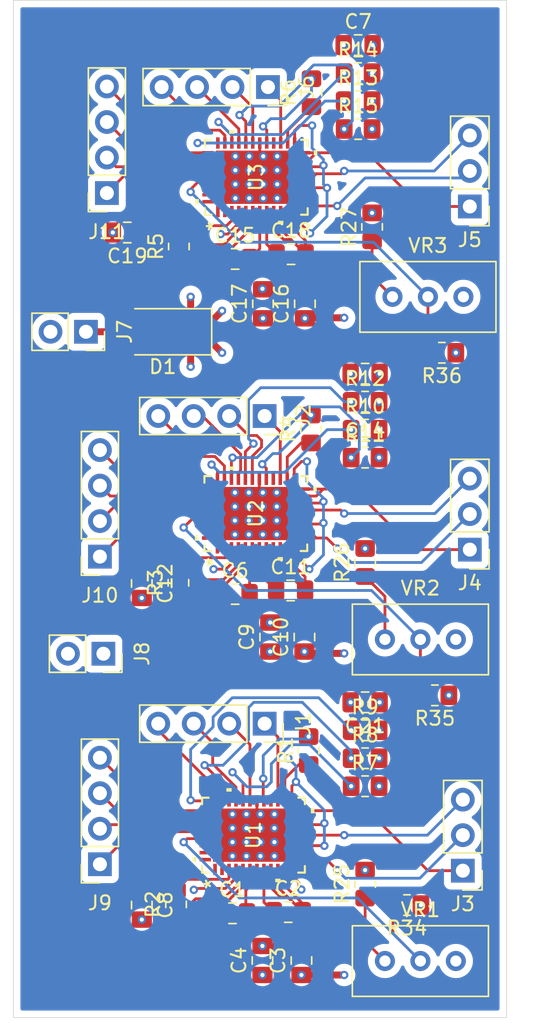
<source format=kicad_pcb>
(kicad_pcb (version 20241229) (generator "pcbnew") (generator_version "9.0")
  (layers (0 "F.Cu" signal) (4 "In1.Cu" power "gnd") (6 "In2.Cu" power "pwr") (2 "B.Cu" signal) (13 "F.Paste" user) (15 "B.Paste" user) (5 "F.SilkS" user "F.Silkscreen") (7 "B.SilkS" user "B.Silkscreen") (1 "F.Mask" user) (3 "B.Mask" user) (25 "Edge.Cuts" user))
  (net 0 "")
  (net 1 "Net-(U1-CPH)")
  (net 2 "Net-(U1-CPL)")
  (net 3 "+5V")
  (net 4 "Net-(U1-CP)")
  (net 5 "AGND")
  (net 6 "AVDD")
  (net 7 "/FB_BK1")
  (net 8 "/INHB1")
  (net 9 "/NSLEEP1")
  (net 10 "/INHA1")
  (net 11 "/INHC1")
  (net 12 "/INHB2")
  (net 13 "/INHA2")
  (net 14 "/INHC2")
  (net 15 "/NSLEEP2")
  (net 16 "/OUTA1")
  (net 17 "/OUTB1")
  (net 18 "/OUTC1")
  (net 19 "/INHB3")
  (net 20 "/INHC3")
  (net 21 "/NSLEEP3")
  (net 22 "/INHA3")
  (net 23 "Net-(U1-NFAULT)")
  (net 24 "/SW_BK1")
  (net 25 "Net-(U1-INLA)")
  (net 26 "Net-(U1-INLB)")
  (net 27 "Net-(U1-INLC)")
  (net 30 "/SDO1")
  (net 34 "Net-(U2-CPH)")
  (net 35 "Net-(U2-CPL)")
  (net 36 "Net-(U2-CP)")
  (net 37 "/FB_BK2")
  (net 38 "Net-(U3-CPH)")
  (net 39 "Net-(U3-CPL)")
  (net 40 "Net-(U3-CP)")
  (net 41 "/FB_BK3")
  (net 42 "/OUTB2")
  (net 43 "/OUTC2")
  (net 44 "/OUTA2")
  (net 45 "/OUTA3")
  (net 46 "/OUTC3")
  (net 47 "/OUTB3")
  (net 48 "/SW_BK2")
  (net 49 "Net-(U2-NFAULT)")
  (net 50 "/SW_BK3")
  (net 51 "Net-(U3-NFAULT)")
  (net 52 "Net-(U2-INLC)")
  (net 53 "Net-(U2-INLB)")
  (net 54 "Net-(U2-INLA)")
  (net 55 "Net-(U3-INLC)")
  (net 56 "Net-(U3-INLB)")
  (net 57 "Net-(U3-INLA)")
  (net 62 "/SDO2")
  (net 64 "/SDO3")
  (net 70 "Vbat")
  (net 71 "PGND")
  (net 72 "/Vref1")
  (net 73 "/Vref2")
  (net 74 "/Vref3")
  (net 75 "/SDI1")
  (net 76 "/SCLK1")
  (net 77 "/NSCS1")
  (net 78 "/SCLK2")
  (net 79 "/SDI2")
  (net 80 "/NSCS2")
  (net 81 "/SDI3")
  (net 82 "/NSCS3")
  (net 83 "/SCLK3")
  (net 84 "Net-(R25-Pad1)")
  (net 85 "Net-(R26-Pad1)")
  (net 86 "Net-(R27-Pad1)")
  (footprint "Diode_SMD:D_SMA" (layer "F.Cu") (at 116.5 55.5 180)
    (property "Reference" "D1")
    (property "Value" "SS34")
  )
  (footprint "Capacitor_SMD:C_0805_2012Metric_Pad1.18x1.45mm_HandSolder" (layer "F.Cu") (at 123.6444 100.4625 90)
    (property "Reference" "C4")
    (property "Value" "0.1u")
  )
  (footprint "Capacitor_SMD:C_0805_2012Metric_Pad1.18x1.45mm_HandSolder" (layer "F.Cu") (at 126.683211 53.5 90)
    (property "Reference" "C16")
    (property "Value" "0.1u")
  )
  (footprint "Connector_PinSocket_2.54mm:PinSocket_1x04_P2.54mm_Vertical" (layer "F.Cu") (at 112 71.58 180)
    (property "Reference" "J10")
    (property "Value" "Conn_01x04")
  )
  (footprint "Connector_PinHeader_2.54mm:PinHeader_1x03_P2.54mm_Vertical" (layer "F.Cu") (at 138 94.04 180)
    (property "Reference" "J3")
    (property "Value" "Conn_01x03")
  )
  (footprint "Resistor_SMD:R_0805_2012Metric_Pad1.20x1.40mm_HandSolder" (layer "F.Cu") (at 131 86)
    (property "Reference" "R8")
    (property "Value" "5.1k")
  )
  (footprint "Resistor_SMD:R_0805_2012Metric_Pad1.20x1.40mm_HandSolder" (layer "F.Cu") (at 130.5 39)
    (property "Reference" "R13")
    (property "Value" "5.1k")
  )
  (footprint "Resistor_SMD:R_0805_2012Metric_Pad1.20x1.40mm_HandSolder" (layer "F.Cu") (at 131 95 90)
    (property "Reference" "R25")
    (property "Value" "4.7k")
  )
  (footprint "Capacitor_SMD:C_0805_2012Metric_Pad1.18x1.45mm_HandSolder" (layer "F.Cu") (at 121.4975 97.088)
    (property "Reference" "C1")
    (property "Value" "47n")
  )
  (footprint "Resistor_SMD:R_0805_2012Metric_Pad1.20x1.40mm_HandSolder" (layer "F.Cu") (at 131 88)
    (property "Reference" "R7")
    (property "Value" "5.1k")
  )
  (footprint "Resistor_SMD:R_0805_2012Metric_Pad1.20x1.40mm_HandSolder" (layer "F.Cu") (at 130.5 41)
    (property "Reference" "R15")
    (property "Value" "5.1k")
  )
  (footprint "Capacitor_SMD:C_0805_2012Metric_Pad1.18x1.45mm_HandSolder" (layer "F.Cu") (at 123.683211 53.5 90)
    (property "Reference" "C17")
    (property "Value" "0.1u")
  )
  (footprint "Capacitor_SMD:C_0805_2012Metric_Pad1.18x1.45mm_HandSolder" (layer "F.Cu") (at 125.4919 97)
    (property "Reference" "C2")
    (property "Value" "1u")
  )
  (footprint "Resistor_SMD:R_0805_2012Metric_Pad1.20x1.40mm_HandSolder" (layer "F.Cu") (at 131 84)
    (property "Reference" "R9")
    (property "Value" "5.1k")
  )
  (footprint "Connector_PinSocket_2.54mm:PinSocket_1x04_P2.54mm_Vertical" (layer "F.Cu") (at 112 93.58 180)
    (property "Reference" "J9")
    (property "Value" "Conn_01x04")
  )
  (footprint "Capacitor_SMD:C_0805_2012Metric_Pad1.18x1.45mm_HandSolder" (layer "F.Cu") (at 113.961711 48.4011 180)
    (property "Reference" "C19")
    (property "Value" "22u")
  )
  (footprint "Connector_PinSocket_2.54mm:PinSocket_1x04_P2.54mm_Vertical" (layer "F.Cu") (at 123.8 83.525 -90)
    (property "Reference" "J1")
    (property "Value" "Conn_01x04")
  )
  (footprint "Potentiometer_THT:Potentiometer_Bourns_3296W_Vertical" (layer "F.Cu") (at 137.5 77.5)
    (property "Reference" "VR2")
    (property "Value" "3296W-1-103RLF")
  )
  (footprint "Capacitor_SMD:C_0805_2012Metric_Pad1.18x1.45mm_HandSolder" (layer "F.Cu") (at 115 73.5 -90)
    (property "Reference" "C12")
    (property "Value" "22u")
  )
  (footprint "Capacitor_SMD:C_0805_2012Metric_Pad1.18x1.45mm_HandSolder" (layer "F.Cu") (at 126.651715 77.3326 90)
    (property "Reference" "C10")
    (property "Value" "0.1u")
  )
  (footprint "Resistor_SMD:R_0805_2012Metric_Pad1.20x1.40mm_HandSolder" (layer "F.Cu") (at 134 96.5 180)
    (property "Reference" "R34")
    (property "Value" "510")
  )
  (footprint "Capacitor_SMD:C_0805_2012Metric_Pad1.18x1.45mm_HandSolder" (layer "F.Cu") (at 121.6875 74.2531)
    (property "Reference" "C6")
    (property "Value" "47n")
  )
  (footprint "Capacitor_SMD:C_0805_2012Metric_Pad1.18x1.45mm_HandSolder" (layer "F.Cu") (at 131 58.5 180)
    (property "Reference" "C14")
    (property "Value" "1u")
  )
  (footprint "Resistor_SMD:R_0805_2012Metric_Pad1.20x1.40mm_HandSolder" (layer "F.Cu") (at 131 64.5)
    (property "Reference" "R11")
    (property "Value" "5.1k")
  )
  (footprint "Resistor_SMD:R_0805_2012Metric_Pad1.20x1.40mm_HandSolder" (layer "F.Cu") (at 136.5 57 180)
    (property "Reference" "R36")
    (property "Value" "510")
  )
  (footprint "downloads:VQFN40_RGF_TEX" (layer "F.Cu") (at 123 91.5 90)
    (property "Reference" "U1")
    (property "Value" "DRV8316CRRGFR")
  )
  (footprint "Resistor_SMD:R_0805_2012Metric_Pad1.20x1.40mm_HandSolder" (layer "F.Cu") (at 126.9544 85.4511 90)
    (property "Reference" "R1")
    (property "Value" "5.1k")
  )
  (footprint "Connector_PinHeader_2.54mm:PinHeader_1x03_P2.54mm_Vertical" (layer "F.Cu") (at 138.5 71.08 180)
    (property "Reference" "J4")
    (property "Value" "Conn_01x03")
  )
  (footprint "NetTie:NetTie-2_SMD_Pad0.5mm" (layer "F.Cu") (at 128 78.5)
    (property "Reference" "REF**" (hide yes))
    (property "Value" "NetTie-2_SMD_Pad0.5mm" (hide yes))
  )
  (footprint "Resistor_SMD:R_0805_2012Metric_Pad1.20x1.40mm_HandSolder" (layer "F.Cu") (at 131.5 48 90)
    (property "Reference" "R27")
    (property "Value" "4.7k")
  )
  (footprint "Connector_PinSocket_2.54mm:PinSocket_1x02_P2.54mm_Vertical" (layer "F.Cu") (at 112.25 78.525 -90)
    (property "Reference" "J8")
    (property "Value" "Conn_01x02")
  )
  (footprint "downloads:VQFN40_RGF_TEX" (layer "F.Cu") (at 123.170315 68.5 90)
    (property "Reference" "U2")
    (property "Value" "DRV8316CRRGFR")
  )
  (footprint "Potentiometer_THT:Potentiometer_Bourns_3296W_Vertical" (layer "F.Cu") (at 137.5 100.5)
    (property "Reference" "VR1")
    (property "Value" "3296W-1-103RLF")
  )
  (footprint "Potentiometer_THT:Potentiometer_Bourns_3296W_Vertical" (layer "F.Cu") (at 138.04 53)
    (property "Reference" "VR3")
    (property "Value" "3296W-1-103RLF")
  )
  (footprint "Resistor_SMD:R_0805_2012Metric_Pad1.20x1.40mm_HandSolder" (layer "F.Cu") (at 130.5 37)
    (property "Reference" "R14")
    (property "Value" "5.1k")
  )
  (footprint "Capacitor_SMD:C_0805_2012Metric_Pad1.18x1.45mm_HandSolder" (layer "F.Cu") (at 125.662215 74)
    (property "Reference" "C11")
    (property "Value" "1u")
  )
  (footprint "downloads:VQFN40_RGF_TEX" (layer "F.Cu") (at 123.201811 44.45 90)
    (property "Reference" "U3")
    (property "Value" "DRV8316CRRGFR")
  )
  (footprint "NetTie:NetTie-2_SMD_Pad0.5mm" (layer "F.Cu") (at 128 54.5)
    (property "Reference" "REF**" (hide yes))
    (property "Value" "NetTie-2_SMD_Pad0.5mm" (hide yes))
  )
  (footprint "Capacitor_SMD:C_0805_2012Metric_Pad1.18x1.45mm_HandSolder" (layer "F.Cu") (at 124.2 77.3326 90)
    (property "Reference" "C9")
    (property "Value" "0.1u")
  )
  (footprint "Resistor_SMD:R_0805_2012Metric_Pad1.20x1.40mm_HandSolder" (layer "F.Cu") (at 117.656211 49.4011 90)
    (property "Reference" "R5")
    (property "Value" "22")
  )
  (footprint "Resistor_SMD:R_0805_2012Metric_Pad1.20x1.40mm_HandSolder" (layer "F.Cu") (at 117.624715 73.4511 90)
    (property "Reference" "R3")
    (property "Value" "22")
  )
  (footprint "Capacitor_SMD:C_0805_2012Metric_Pad1.18x1.45mm_HandSolder" (layer "F.Cu") (at 121.6875 50.292)
    (property "Reference" "C15")
    (property "Value" "47n")
  )
  (footprint "NetTie:NetTie-2_SMD_Pad0.5mm" (layer "F.Cu") (at 128 101.5)
    (property "Reference" "REF**" (hide yes))
    (property "Value" "NetTie-2_SMD_Pad0.5mm" (hide yes))
  )
  (footprint "Connector_PinSocket_2.54mm:PinSocket_1x04_P2.54mm_Vertical" (layer "F.Cu") (at 123.8 61.525 -90)
    (property "Reference" "J2")
    (property "Value" "Conn_01x04")
  )
  (footprint "Capacitor_SMD:C_0805_2012Metric_Pad1.18x1.45mm_HandSolder" (layer "F.Cu") (at 131 82 180)
    (property "Reference" "C21")
    (property "Value" "1u")
  )
  (footprint "Connector_PinSocket_2.54mm:PinSocket_1x02_P2.54mm_Vertical" (layer "F.Cu") (at 111 55.5 -90)
    (property "Reference" "J7")
    (property "Value" "Conn_01x02")
  )
  (footprint "Resistor_SMD:R_0805_2012Metric_Pad1.20x1.40mm_HandSolder" (layer "F.Cu") (at 136 81.5 180)
    (property "Reference" "R35")
    (property "Value" "510")
  )
  (footprint "Resistor_SMD:R_0805_2012Metric_Pad1.20x1.40mm_HandSolder" (layer "F.Cu") (at 131 60.5)
    (property "Reference" "R12")
    (property "Value" "5.1k")
  )
  (footprint "Resistor_SMD:R_0805_2012Metric_Pad1.20x1.40mm_HandSolder" (layer "F.Cu") (at 127.156211 38.4011 90)
    (property "Reference" "R6")
    (property "Value" "5.1k")
  )
  (footprint "Capacitor_SMD:C_0805_2012Metric_Pad1.18x1.45mm_HandSolder" (layer "F.Cu") (at 130.5 35)
    (property "Reference" "C7")
    (property "Value" "1u")
  )
  (footprint "Resistor_SMD:R_0805_2012Metric_Pad1.20x1.40mm_HandSolder" (layer "F.Cu") (at 131 72 90)
    (property "Reference" "R26")
    (property "Value" "4.7k")
  )
  (footprint "Capacitor_SMD:C_0805_2012Metric_Pad1.18x1.45mm_HandSolder" (layer "F.Cu") (at 125.693711 49.95)
    (property "Reference" "C18")
    (property "Value" "1u")
  )
  (footprint "Capacitor_SMD:C_0805_2012Metric_Pad1.18x1.45mm_HandSolder" (layer "F.Cu") (at 126.4384 100.4625 90)
    (property "Reference" "C3")
    (property "Value" "0.1u")
  )
  (footprint "Connector_PinSocket_2.54mm:PinSocket_1x04_P2.54mm_Vertical" (layer "F.Cu") (at 124.04 38 -90)
    (property "Reference" "J6")
    (property "Value" "Conn_01x04")
  )
  (footprint "Resistor_SMD:R_0805_2012Metric_Pad1.20x1.40mm_HandSolder" (layer "F.Cu") (at 131 62.5)
    (property "Reference" "R10")
    (property "Value" "5.1k")
  )
  (footprint "Resistor_SMD:R_0805_2012Metric_Pad1.20x1.40mm_HandSolder" (layer "F.Cu") (at 117.4544 96.4511 90)
    (property "Reference" "R2")
    (property "Value" "22")
  )
  (footprint "Resistor_SMD:R_0805_2012Metric_Pad1.20x1.40mm_HandSolder" (layer "F.Cu") (at 127.124715 62.4511 90)
    (property "Reference" "R4")
    (property "Value" "5.1k")
  )
  (footprint "Capacitor_SMD:C_0805_2012Metric_Pad1.18x1.45mm_HandSolder" (layer "F.Cu") (at 115 96.5 -90)
    (property "Reference" "C8")
    (property "Value" "22u")
  )
  (footprint "Connector_PinSocket_2.54mm:PinSocket_1x04_P2.54mm_Vertical" (layer "F.Cu") (at 112.5 45.58 180)
    (property "Reference" "J11")
    (property "Value" "Conn_01x04")
  )
  (footprint "Connector_PinHeader_2.54mm:PinHeader_1x03_P2.54mm_Vertical" (layer "F.Cu") (at 138.5 46.54 180)
    (property "Reference" "J5")
    (property "Value" "Conn_01x03")
  )
  (gr_rect (start 105.806 31.798) (end 141.13 104.544) (stroke (width 0.05)) (fill no) (layer "Edge.Cuts"))
  (segment (start 123.250063 93.9511) (end 123.250063 94.655437) (width 0.2) (layer "F.Cu") (net 1))
  (segment (start 122.4544 95.4511) (end 122.4544 97) (width 0.2) (layer "F.Cu") (net 1))
  (segment (start 123.250063 94.655437) (end 122.4544 95.4511) (width 0.2) (layer "F.Cu") (net 1))
  (segment (start 122.749937 94.629463) (end 122.749937 93.9511) (width 0.2) (layer "F.Cu") (net 2))
  (segment (start 120.3794 97) (end 122.749937 94.629463) (width 0.2) (layer "F.Cu") (net 2))
  (segment (start 125.156211 48.9011) (end 125.682311 48.9011) (width 0.2) (layer "F.Cu") (net 3))
  (segment (start 118.5 55.5) (end 118.5 53) (width 0.5) (layer "F.Cu") (net 3))
  (segment (start 124.952252 46.9011) (end 124.952252 48.171041) (width 0.2) (layer "F.Cu") (net 3))
  (segment (start 126.699715 73.0261) (end 126.699715 74) (width 0.2) (layer "F.Cu") (net 3))
  (segment (start 126.5294 96.3994) (end 126.5294 97) (width 0.2) (layer "F.Cu") (net 3))
  (segment (start 126.651715 76.2951) (end 126.651715 74.048) (width 0.5) (layer "F.Cu") (net 3))
  (segment (start 124.952252 48.171041) (end 126.731211 49.95) (width 0.2) (layer "F.Cu") (net 3))
  (segment (start 123.683211 52.4625) (end 126.683211 52.4625) (width 0.5) (layer "F.Cu") (net 3))
  (segment (start 119.25 55.5) (end 120.75 57) (width 0.5) (layer "F.Cu") (net 3))
  (segment (start 124.920756 72.221041) (end 126.699715 74) (width 0.2) (layer "F.Cu") (net 3))
  (segment (start 126.683211 52.4625) (end 126.683211 49.998) (width 0.5) (layer "F.Cu") (net 3))
  (segment (start 126.673615 74) (end 126.699715 74) (width 0.2) (layer "F.Cu") (net 3))
  (segment (start 118.5 55.5) (end 118.5 58) (width 0.5) (layer "F.Cu") (net 3))
  (segment (start 126.683211 49.998) (end 126.731211 49.95) (width 0.5) (layer "F.Cu") (net 3))
  (segment (start 125.420882 71.747267) (end 126.699715 73.0261) (width 0.2) (layer "F.Cu") (net 3))
  (segment (start 125.682311 48.9011) (end 126.731211 49.95) (width 0.2) (layer "F.Cu") (net 3))
  (segment (start 124.42063 72.247015) (end 125.124715 72.9511) (width 0.2) (layer "F.Cu") (net 3))
  (segment (start 124.452126 48.197015) (end 125.156211 48.9011) (width 0.2) (layer "F.Cu") (net 3))
  (segment (start 125.124715 72.9511) (end 125.650815 72.9511) (width 0.2) (layer "F.Cu") (net 3))
  (segment (start 125.452378 47.697267) (end 126.731211 48.9761) (width 0.2) (layer "F.Cu") (net 3))
  (segment (start 125.650815 72.9511) (end 126.699715 74) (width 0.2) (layer "F.Cu") (net 3))
  (segment (start 125.250567 93.9511) (end 125.250567 95.120567) (width 0.2) (layer "F.Cu") (net 3))
  (segment (start 126.4384 99.425) (end 126.4384 97.091) (width 0.5) (layer "F.Cu") (net 3))
  (segment (start 124.250315 95.247015) (end 124.9544 95.9511) (width 0.2) (layer "F.Cu") (net 3))
  (segment (start 124.42063 70.9511) (end 124.42063 72.247015) (width 0.2) (layer "F.Cu") (net 3))
  (segment (start 123.645711 52.425) (end 123.683211 52.4625) (width 0.5) (layer "F.Cu") (net 3))
  (segment (start 126.705111 49.95) (end 126.731211 49.95) (width 0.2) (layer "F.Cu") (net 3))
  (segment (start 125.250567 95.120567) (end 126.5294 96.3994) (width 0.2) (layer "F.Cu") (net 3))
  (segment (start 124.920756 70.9511) (end 124.920756 72.221041) (width 0.2) (layer "F.Cu") (net 3))
  (segment (start 125.452378 46.9011) (end 125.452378 47.697267) (width 0.2) (layer "F.Cu") (net 3))
  (segment (start 124.250315 93.9511) (end 124.250315 95.247015) (width 0.2) (layer "F.Cu") (net 3))
  (segment (start 124.452126 46.9011) (end 124.452126 48.197015) (width 0.2) (layer "F.Cu") (net 3))
  (segment (start 119.25 55.5) (end 120.75 54) (width 0.5) (layer "F.Cu") (net 3))
  (segment (start 125.4805 95.9511) (end 126.5294 97) (width 0.2) (layer "F.Cu") (net 3))
  (segment (start 124.750441 95.221041) (end 126.5294 97) (width 0.2) (layer "F.Cu") (net 3))
  (segment (start 126.5294 99.5074) (end 126.4919 99.5449) (width 0.5) (layer "F.Cu") (net 3))
  (segment (start 126.731211 48.9761) (end 126.731211 49.95) (width 0.2) (layer "F.Cu") (net 3))
  (segment (start 124.750441 93.9511) (end 124.750441 95.221041) (width 0.2) (layer "F.Cu") (net 3))
  (segment (start 125.420882 70.9511) (end 125.420882 71.747267) (width 0.2) (layer "F.Cu") (net 3))
  (segment (start 124.2 76.2951) (end 126.651715 76.2951) (width 0.5) (layer "F.Cu") (net 3))
  (segment (start 118.5 55.5) (end 119.25 55.5) (width 0.5) (layer "F.Cu") (net 3))
  (segment (start 126.5033 97) (end 126.5294 97) (width 0.2) (layer "F.Cu") (net 3))
  (segment (start 126.651715 74.048) (end 126.699715 74) (width 0.5) (layer "F.Cu") (net 3))
  (segment (start 124.9544 95.9511) (end 125.4805 95.9511) (width 0.2) (layer "F.Cu") (net 3))
  (segment (start 126.4384 99.425) (end 123.6444 99.425) (width 0.5) (layer "F.Cu") (net 3))
  (segment (start 126.4384 97.091) (end 126.5294 97) (width 0.5) (layer "F.Cu") (net 3))
  (via (at 118.5 58) (size 0.6) (drill 0.3) (layers "F.Cu" "B.Cu") (net 3))
  (via (at 124.2 76.2951) (size 0.6) (drill 0.3) (layers "F.Cu" "B.Cu") (net 3))
  (via (at 123.645711 52.425) (size 0.6) (drill 0.3) (layers "F.Cu" "B.Cu") (net 3))
  (via (at 118.5 53) (size 0.6) (drill 0.3) (layers "F.Cu" "B.Cu") (net 3))
  (via (at 120.75 57) (size 0.6) (drill 0.3) (layers "F.Cu" "B.Cu") (net 3))
  (via (at 123.6444 99.425) (size 0.6) (drill 0.3) (layers "F.Cu" "B.Cu") (net 3))
  (via (at 120.75 54) (size 0.6) (drill 0.3) (layers "F.Cu" "B.Cu") (net 3))
  (segment (start 124.4544 97) (end 123.750189 96.295789) (width 0.2) (layer "F.Cu") (net 4))
  (segment (start 123.750189 96.295789) (end 123.750189 93.9511) (width 0.2) (layer "F.Cu") (net 4))
  (segment (start 123.451874 41.9989) (end 123.451874 42.700063) (width 0.2) (layer "F.Cu") (net 5))
  (segment (start 120.919748 70.315826) (end 121.235574 70) (width 0.2) (layer "F.Cu") (net 5))
  (segment (start 120.951244 46.265826) (end 121.26707 45.95) (width 0.2) (layer "F.Cu") (net 5))
  (segment (start 123.250063 89.0489) (end 123.250063 89.750063) (width 0.2) (layer "F.Cu") (net 5))
  (segment (start 128.5 54.5) (end 129.5 54.5) (width 0.5) (layer "F.Cu") (net 5))
  (segment (start 128.5 101.5) (end 129.5 101.5) (width 0.5) (layer "F.Cu") (net 5))
  (segment (start 120.749433 93.41) (end 121.159433 93) (width 0.2) (layer "F.Cu") (net 5))
  (segment (start 121.159433 93) (end 121.5 93) (width 0.2) (layer "F.Cu") (net 5))
  (segment (start 121.235574 70) (end 121.670315 70) (width 0.2) (layer "F.Cu") (net 5))
  (segment (start 120.749433 93.9511) (end 120.749433 93.41) (width 0.2) (layer "F.Cu") (net 5))
  (segment (start 123.420378 66.750063) (end 123.670315 67) (width 0.2) (layer "F.Cu") (net 5))
  (segment (start 120.919748 70.9511) (end 120.919748 70.315826) (width 0.2) (layer "F.Cu") (net 5))
  (segment (start 120.749433 93.41) (end 120.749433 93.315826) (width 0.2) (layer "F.Cu") (net 5))
  (segment (start 120.951244 46.9011) (end 120.951244 46.265826) (width 0.2) (layer "F.Cu") (net 5))
  (segment (start 123.420378 66.0489) (end 123.420378 66.750063) (width 0.2) (layer "F.Cu") (net 5))
  (segment (start 128.5 78.5) (end 129.5 78.5) (width 0.5) (layer "F.Cu") (net 5))
  (segment (start 123.250063 89.750063) (end 123.5 90) (width 0.2) (layer "F.Cu") (net 5))
  (segment (start 121.26707 45.95) (end 121.701811 45.95) (width 0.2) (layer "F.Cu") (net 5))
  (segment (start 123.451874 42.700063) (end 123.701811 42.95) (width 0.2) (layer "F.Cu") (net 5))
  (via (at 132.0375 58.5) (size 0.6) (drill 0.3) (layers "F.Cu" "B.Cu") (net 5))
  (via (at 121.5 93) (size 0.6) (drill 0.3) (layers "F.Cu" "B.Cu") (net 5))
  (via (at 121.670315 69) (size 0.6) (drill 0.3) (layers "F.Cu" "B.Cu") (net 5))
  (via (at 122.670315 70) (size 0.6) (drill 0.3) (layers "F.Cu" "B.Cu") (net 5))
  (via (at 121.701811 42.95) (size 0.6) (drill 0.3) (layers "F.Cu" "B.Cu") (net 5))
  (via (at 123.670315 68) (size 0.6) (drill 0.3) (layers "F.Cu" "B.Cu") (net 5))
  (via (at 124.670315 70) (size 0.6) (drill 0.3) (layers "F.Cu" "B.Cu") (net 5))
  (via (at 129.5 78.5) (size 0.6) (drill 0.3) (layers "F.Cu" "B.Cu") (net 5))
  (via (at 122.5 92) (size 0.6) (drill 0.3) (layers "F.Cu" "B.Cu") (net 5))
  (via (at 123.5 92) (size 0.6) (drill 0.3) (layers "F.Cu" "B.Cu") (net 5))
  (via (at 121.701811 44.95) (size 0.6) (drill 0.3) (layers "F.Cu" "B.Cu") (net 5))
  (via (at 123.701811 43.95) (size 0.6) (drill 0.3) (layers "F.Cu" "B.Cu") (net 5))
  (via (at 135 96.5) (size 0.6) (drill 0.3) (layers "F.Cu" "B.Cu") (net 5))
  (via (at 123.670315 67) (size 0.6) (drill 0.3) (layers "F.Cu" "B.Cu") (net 5))
  (via (at 123.5 93) (size 0.6) (drill 0.3) (layers "F.Cu" "B.Cu") (net 5))
  (via (at 124.5 93) (size 0.6) (drill 0.3) (layers "F.Cu" "B.Cu") (net 5))
  (via (at 121.670315 68) (size 0.6) (drill 0.3) (layers "F.Cu" "B.Cu") (net 5))
  (via (at 129.5 101.5) (size 0.6) (drill 0.3) (layers "F.Cu" "B.Cu") (net 5))
  (via (at 121.701811 45.95) (size 0.6) (drill 0.3) (layers "F.Cu" "B.Cu") (net 5))
  (via (at 123.701811 42.95) (size 0.6) (drill 0.3) (layers "F.Cu" "B.Cu") (net 5))
  (via (at 122.5 91) (size 0.6) (drill 0.3) (layers "F.Cu" "B.Cu") (net 5))
  (via (at 121.5 90) (size 0.6) (drill 0.3) (layers "F.Cu" "B.Cu") (net 5))
  (via (at 129.4625 35) (size 0.6) (drill 0.3) (layers "F.Cu" "B.Cu") (net 5))
  (via (at 124.5 91) (size 0.6) (drill 0.3) (layers "F.Cu" "B.Cu") (net 5))
  (via (at 122.701811 43.95) (size 0.6) (drill 0.3) (layers "F.Cu" "B.Cu") (net 5))
  (via (at 122.5 93) (size 0.6) (drill 0.3) (layers "F.Cu" "B.Cu") (net 5))
  (via (at 122.701811 44.95) (size 0.6) (drill 0.3) (layers "F.Cu" "B.Cu") (net 5))
  (via (at 124.701811 44.95) (size 0.6) (drill 0.3) (layers "F.Cu" "B.Cu") (net 5))
  (via (at 132.0375 82) (size 0.6) (drill 0.3) (layers "F.Cu" "B.Cu") (net 5))
  (via (at 124.670315 67) (size 0.6) (drill 0.3) (layers "F.Cu" "B.Cu") (net 5))
  (via (at 122.701811 45.95) (size 0.6) (drill 0.3) (layers "F.Cu" "B.Cu") (net 5))
  (via (at 123.670315 70) (size 0.6) (drill 0.3) (layers "F.Cu" "B.Cu") (net 5))
  (via (at 121.5 92) (size 0.6) (drill 0.3) (layers "F.Cu" "B.Cu") (net 5))
  (via (at 137.5 57) (size 0.6) (drill 0.3) (layers "F.Cu" "B.Cu") (net 5))
  (via (at 121.670315 70) (size 0.6) (drill 0.3) (layers "F.Cu" "B.Cu") (net 5))
  (via (at 124.670315 69) (size 0.6) (drill 0.3) (layers "F.Cu" "B.Cu") (net 5))
  (via (at 129.5 54.5) (size 0.6) (drill 0.3) (layers "F.Cu" "B.Cu") (net 5))
  (via (at 124.701811 45.95) (size 0.6) (drill 0.3) (layers "F.Cu" "B.Cu") (net 5))
  (via (at 121.670315 67) (size 0.6) (drill 0.3) (layers "F.Cu" "B.Cu") (net 5))
  (via (at 121.701811 43.95) (size 0.6) (drill 0.3) (layers "F.Cu" "B.Cu") (net 5))
  (via (at 122.701811 42.95) (size 0.6) (drill 0.3) (layers "F.Cu" "B.Cu") (net 5))
  (via (at 123.5 91) (size 0.6) (drill 0.3) (layers "F.Cu" "B.Cu") (net 5))
  (via (at 122.5 90) (size 0.6) (drill 0.3) (layers "F.Cu" "B.Cu") (net 5))
  (via (at 124.701811 43.95) (size 0.6) (drill 0.3) (layers "F.Cu" "B.Cu") (net 5))
  (via (at 124.670315 68) (size 0.6) (drill 0.3) (layers "F.Cu" "B.Cu") (net 5))
  (via (at 123.5 90) (size 0.6) (drill 0.3) (layers "F.Cu" "B.Cu") (net 5))
  (via (at 137 81.5) (size 0.6) (drill 0.3) (layers "F.Cu" "B.Cu") (net 5))
  (via (at 124.5 90) (size 0.6) (drill 0.3) (layers "F.Cu" "B.Cu") (net 5))
  (via (at 124.5 92) (size 0.6) (drill 0.3) (layers "F.Cu" "B.Cu") (net 5))
  (via (at 121.5 91) (size 0.6) (drill 0.3) (layers "F.Cu" "B.Cu") (net 5))
  (via (at 123.670315 69) (size 0.6) (drill 0.3) (layers "F.Cu" "B.Cu") (net 5))
  (via (at 123.701811 44.95) (size 0.6) (drill 0.3) (layers "F.Cu" "B.Cu") (net 5))
  (via (at 122.670315 68) (size 0.6) (drill 0.3) (layers "F.Cu" "B.Cu") (net 5))
  (via (at 122.670315 67) (size 0.6) (drill 0.3) (layers "F.Cu" "B.Cu") (net 5))
  (via (at 123.701811 45.95) (size 0.6) (drill 0.3) (layers "F.Cu" "B.Cu") (net 5))
  (via (at 124.701811 42.95) (size 0.6) (drill 0.3) (layers "F.Cu" "B.Cu") (net 5))
  (via (at 122.670315 69) (size 0.6) (drill 0.3) (layers "F.Cu" "B.Cu") (net 5))
  (segment (start 127.110715 61.4651) (end 127.124715 61.4511) (width 0.2) (layer "F.Cu") (net 6))
  (segment (start 123.952 41.072) (end 123.952 41.9989) (width 0.2) (layer "F.Cu") (net 6))
  (segment (start 123.7 87.46) (end 123.7 88.998711) (width 0.2) (layer "F.Cu") (net 6))
  (segment (start 123.69 40.81) (end 123.952 41.072) (width 0.2) (layer "F.Cu") (net 6))
  (segment (start 127.156211 37.4011) (end 127.2 37.4011) (width 0.2) (layer "F.Cu") (net 6))
  (segment (start 126.3878 84.45) (end 126.3889 84.4511) (width 0.2) (layer "F.Cu") (net 6))
  (segment (start 123.7 88.998711) (end 123.750189 89.0489) (width 0.2) (layer "F.Cu") (net 6))
  (segment (start 123.629 64.970397) (end 123.920504 65.261901) (width 0.2) (layer "F.Cu") (net 6))
  (segment (start 123.920504 65.261901) (end 123.920504 66.0489) (width 0.2) (layer "F.Cu") (net 6))
  (via (at 123.7 87.46) (size 0.6) (drill 0.3) (layers "F.Cu" "B.Cu") (net 6))
  (via (at 131.5375 35) (size 0.6) (drill 0.3) (layers "F.Cu" "B.Cu") (net 6))
  (via (at 127.156211 37.4011) (size 0.6) (drill 0.3) (layers "F.Cu" "B.Cu") (net 6))
  (via (at 132 60.5) (size 0.6) (drill 0.3) (layers "F.Cu" "B.Cu") (net 6))
  (via (at 123.69 40.81) (size 0.6) (drill 0.3) (layers "F.Cu" "B.Cu") (net 6))
  (via (at 126.9544 84.4511) (size 0.6) (drill 0.3) (layers "F.Cu" "B.Cu") (net 6))
  (via (at 127.124715 61.4511) (size 0.6) (drill 0.3) (layers "F.Cu" "B.Cu") (net 6))
  (via (at 129.9625 82) (size 0.6) (drill 0.3) (layers "F.Cu" "B.Cu") (net 6))
  (via (at 132 88) (size 0.6) (drill 0.3) (layers "F.Cu" "B.Cu") (net 6))
  (via (at 132 62.5) (size 0.6) (drill 0.3) (layers "F.Cu" "B.Cu") (net 6))
  (via (at 132 64.5) (size 0.6) (drill 0.3) (layers "F.Cu" "B.Cu") (net 6))
  (via (at 123.629 64.970397) (size 0.6) (drill 0.3) (layers "F.Cu" "B.Cu") (net 6))
  (via (at 132 84) (size 0.6) (drill 0.3) (layers "F.Cu" "B.Cu") (net 6))
  (via (at 131.5 37) (size 0.6) (drill 0.3) (layers "F.Cu" "B.Cu") (net 6))
  (via (at 132 86) (size 0.6) (drill 0.3) (layers "F.Cu" "B.Cu") (net 6))
  (via (at 131.5 47) (size 0.6) (drill 0.3) (layers "F.Cu" "B.Cu") (net 6))
  (via (at 131.5 41) (size 0.6) (drill 0.3) (layers "F.Cu" "B.Cu") (net 6))
  (via (at 131 94) (size 0.6) (drill 0.3) (layers "F.Cu" "B.Cu") (net 6))
  (via (at 129.9625 58.5) (size 0.6) (drill 0.3) (layers "F.Cu" "B.Cu") (net 6))
  (via (at 131.5 39) (size 0.6) (drill 0.3) (layers "F.Cu" "B.Cu") (net 6))
  (via (at 131 71) (size 0.6) (drill 0.3) (layers "F.Cu" "B.Cu") (net 6))
  (segment (start 126.7799 84.6256) (end 126.9544 84.4511) (width 0.2) (layer "B.Cu") (net 6))
  (segment (start 125.24 40.26) (end 124.24 40.26) (width 0.2) (layer "B.Cu") (net 6))
  (segment (start 123.7 85.8) (end 124.8744 84.6256) (width 0.2) (layer "B.Cu") (net 6))
  (segment (start 127.075815 61.924185) (end 124.790603 64.209397) (width 0.2) (layer "B.Cu") (net 6))
  (segment (start 127.075815 61.5) (end 127.075815 61.924185) (width 0.2) (layer "B.Cu") (net 6))
  (segment (start 127.156211 38.343789) (end 125.24 40.26) (width 0.2) (layer "B.Cu") (net 6))
  (segment (start 127.156211 37.4011) (end 127.156211 38.343789) (width 0.2) (layer "B.Cu") (net 6))
  (segment (start 124.8744 84.6256) (end 126.7799 84.6256) (width 0.2) (layer "B.Cu") (net 6))
  (segment (start 123.7 87.46) (end 123.7 85.8) (width 0.2) (layer "B.Cu") (net 6))
  (segment (start 124.24 40.26) (end 123.69 40.81) (width 0.2) (layer "B.Cu") (net 6))
  (segment (start 124.39 64.209397) (end 123.629 64.970397) (width 0.2) (layer "B.Cu") (net 6))
  (segment (start 124.790603 64.209397) (end 124.39 64.209397) (width 0.2) (layer "B.Cu") (net 6))
  (segment (start 127.124715 61.4511) (end 127.075815 61.5) (width 0.2) (layer "B.Cu") (net 6))
  (segment (start 121.249559 94.586374) (end 121.177433 94.6585) (width 0.2) (layer "F.Cu") (net 7))
  (segment (start 117.4544 95.4511) (end 114.7974 95.4511) (width 0.2) (layer "F.Cu") (net 7))
  (segment (start 121.249559 93.9511) (end 121.249559 94.586374) (width 0.2) (layer "F.Cu") (net 7))
  (segment (start 121.177433 94.6585) (end 118.247 94.6585) (width 0.2) (layer "F.Cu") (net 7))
  (segment (start 118.247 94.6585) (end 117.4544 95.4511) (width 0.2) (layer "F.Cu") (net 7))
  (segment (start 120.081 86.402659) (end 120.081 84.886) (width 0.2) (layer "F.Cu") (net 8))
  (segment (start 121.749685 89.0489) (end 121.749685 88.071344) (width 0.2) (layer "F.Cu") (net 8))
  (segment (start 120.081 84.886) (end 118.72 83.525) (width 0.2) (layer "F.Cu") (net 8))
  (segment (start 121.749685 88.071344) (end 120.081 86.402659) (width 0.2) (layer "F.Cu") (net 8))
  (segment (start 124.750441 89.0489) (end 124.750441 84.475441) (width 0.2) (layer "F.Cu") (net 9))
  (segment (start 124.750441 84.475441) (end 123.8 83.525) (width 0.2) (layer "F.Cu") (net 9))
  (segment (start 122.749937 85.014937) (end 121.26 83.525) (width 0.2) (layer "F.Cu") (net 10))
  (segment (start 122.749937 89.0489) (end 122.749937 85.014937) (width 0.2) (layer "F.Cu") (net 10))
  (segment (start 120.749433 88.571092) (end 116.18 84.001659) (width 0.2) (layer "F.Cu") (net 11))
  (segment (start 116.18 84.001659) (end 116.18 83.525) (width 0.2) (layer "F.Cu") (net 11))
  (segment (start 120.749433 89.0489) (end 120.749433 88.571092) (width 0.2) (layer "F.Cu") (net 11))
  (segment (start 119.346659 61.525) (end 118.72 61.525) (width 0.2) (layer "F.Cu") (net 12))
  (segment (start 122.081 64.259341) (end 119.346659 61.525) (width 0.2) (layer "F.Cu") (net 12))
  (segment (start 121.92 66.0489) (end 121.92 65.58) (width 0.2) (layer "F.Cu") (net 12))
  (segment (start 121.92 65.58) (end 122.081 65.419) (width 0.2) (layer "F.Cu") (net 12))
  (segment (start 122.081 65.419) (end 122.081 64.259341) (width 0.2) (layer "F.Cu") (net 12))
  (segment (start 122.920252 66.0489) (end 122.920252 64.401407) (width 0.2) (layer "F.Cu") (net 13))
  (segment (start 123.240659 62.919) (end 122.654 62.919) (width 0.2) (layer "F.Cu") (net 13))
  (segment (start 123.581 63.740659) (end 123.581 63.259341) (width 0.2) (layer "F.Cu") (net 13))
  (segment (start 122.654 62.919) (end 121.26 61.525) (width 0.2) (layer "F.Cu") (net 13))
  (segment (start 122.920252 64.401407) (end 123.581 63.740659) (width 0.2) (layer "F.Cu") (net 13))
  (segment (start 123.581 63.259341) (end 123.240659 62.919) (width 0.2) (layer "F.Cu") (net 13))
  (segment (start 120.919748 66.0489) (end 120.919748 65.098089) (width 0.2) (layer "F.Cu") (net 14))
  (segment (start 119.074 64.419) (end 116.18 61.525) (width 0.2) (layer "F.Cu") (net 14))
  (segment (start 120.919748 65.098089) (end 120.240659 64.419) (width 0.2) (layer "F.Cu") (net 14))
  (segment (start 120.240659 64.419) (end 119.074 64.419) (width 0.2) (layer "F.Cu") (net 14))
  (segment (start 123.8 61.525) (end 124.920756 62.645756) (width 0.2) (layer "F.Cu") (net 15))
  (segment (start 124.920756 62.645756) (end 124.920756 66.0489) (width 0.2) (layer "F.Cu") (net 15))
  (segment (start 128.250441 93.250441) (end 129 94) (width 0.2) (layer "F.Cu") (net 16))
  (segment (start 126.4544 93.250441) (end 127.5 93.250441) (width 0.2) (layer "F.Cu") (net 16))
  (segment (start 126.999874 92.750315) (end 127.5 93.250441) (width 0.2) (layer "F.Cu") (net 16))
  (segment (start 127.5 93.250441) (end 128.250441 93.250441) (width 0.2) (layer "F.Cu") (net 16))
  (segment (start 126.4544 92.750315) (end 126.999874 92.750315) (width 0.2) (layer "F.Cu") (net 16))
  (via (at 129 94) (size 0.6) (drill 0.3) (layers "F.Cu" "B.Cu") (net 16))
  (segment (start 129.581 94.581) (end 134.919 94.581) (width 0.2) (layer "B.Cu") (net 16))
  (segment (start 134.919 94.581) (end 138 91.5) (width 0.2) (layer "B.Cu") (net 16))
  (segment (start 129 94) (end 129.581 94.581) (width 0.2) (layer "B.Cu") (net 16))
  (segment (start 126.4544 91.249937) (end 126.704463 91.5) (width 0.2) (layer "F.Cu") (net 17))
  (segment (start 126.704463 91.5) (end 129.5 91.5) (width 0.2) (layer "F.Cu") (net 17))
  (segment (start 126.4544 91.750063) (end 126.704463 91.5) (width 0.2) (layer "F.Cu") (net 17))
  (via (at 129.5 91.5) (size 0.6) (drill 0.3) (layers "F.Cu" "B.Cu") (net 17))
  (segment (start 135.46 91.5) (end 138 88.96) (width 0.2) (layer "B.Cu") (net 17))
  (segment (start 129.5 91.5) (end 135.46 91.5) (width 0.2) (layer "B.Cu") (net 17))
  (segment (start 126.4544 89.749559) (end 127.5 89.749559) (width 0.2) (layer "F.Cu") (net 18))
  (segment (start 131.209559 89.749559) (end 135.5 94.04) (width 0.2) (layer "F.Cu") (net 18))
  (segment (start 126.4544 90.249685) (end 126.954526 89.749559) (width 0.2) (layer "F.Cu") (net 18))
  (segment (start 127.5 89.749559) (end 131.209559 89.749559) (width 0.2) (layer "F.Cu") (net 18))
  (segment (start 135.5 94.04) (end 138 94.04) (width 0.2) (layer "F.Cu") (net 18))
  (segment (start 126.954526 89.749559) (end 127.5 89.749559) (width 0.2) (layer "F.Cu") (net 18))
  (segment (start 121.951496 40.991496) (end 118.96 38) (width 0.2) (layer "F.Cu") (net 19))
  (segment (start 121.951496 41.9989) (end 121.951496 40.991496) (width 0.2) (layer "F.Cu") (net 19))
  (segment (start 121.971 41.979396) (end 121.951496 41.9989) (width 0.2) (layer "F.Cu") (net 19))
  (segment (start 120.951244 41.451244) (end 120.581 41.081) (width 0.2) (layer "F.Cu") (net 20))
  (segment (start 120.951244 41.9989) (end 120.951244 41.451244) (width 0.2) (layer "F.Cu") (net 20))
  (segment (start 119.501 41.081) (end 116.42 38) (width 0.2) (layer "F.Cu") (net 20))
  (segment (start 120.581 41.081) (end 119.501 41.081) (width 0.2) (layer "F.Cu") (net 20))
  (segment (start 124.952252 38.912252) (end 124.04 38) (width 0.2) (layer "F.Cu") (net 21))
  (segment (start 124.952252 41.9989) (end 124.952252 38.912252) (width 0.2) (layer "F.Cu") (net 21))
  (segment (start 125 41.951152) (end 124.952252 41.9989) (width 0.2) (layer "F.Cu") (net 21))
  (segment (start 122.951748 41.9989) (end 122.951748 39.451748) (width 0.2) (layer "F.Cu") (net 22))
  (segment (start 122.951748 39.451748) (end 121.5 38) (width 0.2) (layer "F.Cu") (net 22))
  (segment (start 126.9544 86.4511) (end 126.2544 86.4511) (width 0.2) (layer "F.Cu") (net 23))
  (segment (start 125.250567 87.454933) (end 125.250567 89.0489) (width 0.2) (layer "F.Cu") (net 23))
  (segment (start 126.2544 86.4511) (end 125.250567 87.454933) (width 0.2) (layer "F.Cu") (net 23))
  (segment (start 122.249811 93.9511) (end 122.249811 94.655689) (width 0.2) (layer "F.Cu") (net 24))
  (segment (start 122.249811 94.655689) (end 120.8555 96.05) (width 0.2) (layer "F.Cu") (net 24))
  (segment (start 120.8555 96.05) (end 118.8555 96.05) (width 0.2) (layer "F.Cu") (net 24))
  (segment (start 118.8555 96.05) (end 117.4544 97.4511) (width 0.2) (layer "F.Cu") (net 24))
  (segment (start 122.249811 89.0489) (end 122.249811 87.749811) (width 0.2) (layer "F.Cu") (net 25))
  (segment (start 122.249811 87.749811) (end 121.5 87) (width 0.2) (layer "F.Cu") (net 25))
  (segment (start 122.238 89.037089) (end 122.249811 89.0489) (width 0.2) (layer "F.Cu") (net 25))
  (via (at 121.5 87) (size 0.6) (drill 0.3) (layers "F.Cu" "B.Cu") (net 25))
  (via (at 130 88) (size 0.6) (drill 0.3) (layers "F.Cu" "B.Cu") (net 25))
  (segment (start 123.940659 88.041) (end 124.281 87.700659) (width 0.2) (layer "B.Cu") (net 25))
  (segment (start 125.646241 85.0321) (end 127.0321 85.0321) (width 0.2) (layer "B.Cu") (net 25))
  (segment (start 124.281 87.700659) (end 124.281 86.397341) (width 0.2) (layer "B.Cu") (net 25))
  (segment (start 121.5 87) (end 122.541 88.041) (width 0.2) (layer "B.Cu") (net 25))
  (segment (start 124.281 86.397341) (end 125.646241 85.0321) (width 0.2) (layer "B.Cu") (net 25))
  (segment (start 122.541 88.041) (end 123.940659 88.041) (width 0.2) (layer "B.Cu") (net 25))
  (segment (start 127.0321 85.0321) (end 130 88) (width 0.2) (layer "B.Cu") (net 25))
  (segment (start 121.222 89.021341) (end 121.249559 89.0489) (width 0.2) (layer "F.Cu") (net 26))
  (segment (start 121.249559 88.249559) (end 119.5 86.5) (width 0.2) (layer "F.Cu") (net 26))
  (segment (start 121.249559 89.0489) (end 121.249559 88.249559) (width 0.2) (layer "F.Cu") (net 26))
  (via (at 119.5 86.5) (size 0.6) (drill 0.3) (layers "F.Cu" "B.Cu") (net 26))
  (via (at 130 86) (size 0.6) (drill 0.3) (layers "F.Cu" "B.Cu") (net 26))
  (segment (start 122.649 84.676) (end 122.649 82.374) (width 0.2) (layer "B.Cu") (net 26))
  (segment (start 130 85.5) (end 130 86) (width 0.2) (layer "B.Cu") (net 26))
  (segment (start 119.5 86.5) (end 120.825 86.5) (width 0.2) (layer "B.Cu") (net 26))
  (segment (start 122.649 82.374) (end 123.023 82) (width 0.2) (layer "B.Cu") (net 26))
  (segment (start 120.825 86.5) (end 122.649 84.676) (width 0.2) (layer "B.Cu") (net 26))
  (segment (start 123.023 82) (end 126.5 82) (width 0.2) (layer "B.Cu") (net 26))
  (segment (start 126.5 82) (end 130 85.5) (width 0.2) (layer "B.Cu") (net 26))
  (segment (start 120.249307 89.0489) (end 118.5489 89.0489) (width 0.2) (layer "F.Cu") (net 27))
  (segment (start 118.5489 89.0489) (end 118.5 89) (width 0.2) (layer "F.Cu") (net 27))
  (via (at 118.5 89) (size 0.6) (drill 0.3) (layers "F.Cu" "B.Cu") (net 27))
  (via (at 130 84) (size 0.6) (drill 0.3) (layers "F.Cu" "B.Cu") (net 27))
  (segment (start 127.672 81.672) (end 130 84) (width 0.2) (layer "B.Cu") (net 27))
  (segment (start 120.109 83.04824) (end 121.48524 81.672) (width 0.2) (layer "B.Cu") (net 27))
  (segment (start 118.5 89) (end 118.5 85.37276) (width 0.2) (layer "B.Cu") (net 27))
  (segment (start 121.48524 81.672) (end 127.672 81.672) (width 0.2) (layer "B.Cu") (net 27))
  (segment (start 120.109 83.76376) (end 120.109 83.04824) (width 0.2) (layer "B.Cu") (net 27))
  (segment (start 118.5 85.37276) (end 120.109 83.76376) (width 0.2) (layer "B.Cu") (net 27))
  (segment (start 115.789559 89.749559) (end 112 85.96) (width 0.2) (layer "F.Cu") (net 30))
  (segment (start 119.5456 89.749559) (end 115.789559 89.749559) (width 0.2) (layer "F.Cu") (net 30))
  (segment (start 123.420378 70.9511) (end 123.420378 71.655437) (width 0.2) (layer "F.Cu") (net 34))
  (segment (start 122.725 72.350815) (end 122.725 74.2531) (width 0.2) (layer "F.Cu") (net 34))
  (segment (start 123.420378 71.655437) (end 122.725 72.350815) (width 0.2) (layer "F.Cu") (net 34))
  (segment (start 122.920252 71.629463) (end 120.65 73.899715) (width 0.2) (layer "F.Cu") (net 35))
  (segment (start 120.65 73.899715) (end 120.65 74.2531) (width 0.2) (layer "F.Cu") (net 35))
  (segment (start 122.920252 71.629463) (end 122.920252 70.9511) (width 0.2) (layer "F.Cu") (net 35))
  (segment (start 123.920504 73.295789) (end 123.920504 70.9511) (width 0.2) (layer "F.Cu") (net 36))
  (segment (start 124.624715 74) (end 123.920504 73.295789) (width 0.2) (layer "F.Cu") (net 36))
  (segment (start 121.419874 70.9511) (end 121.419874 71.451226) (width 0.2) (layer "F.Cu") (net 37))
  (segment (start 121.2126 71.6585) (end 118.417315 71.6585) (width 0.2) (layer "F.Cu") (net 37))
  (segment (start 117.0375 72.4625) (end 115 72.4625) (width 0.2) (layer "F.Cu") (net 37))
  (segment (start 117.0489 72.4511) (end 117.0375 72.4625) (width 0.2) (layer "F.Cu") (net 37))
  (segment (start 121.419874 71.451226) (end 121.2126 71.6585) (width 0.2) (layer "F.Cu") (net 37))
  (segment (start 118.417315 71.6585) (end 117.624715 72.4511) (width 0.2) (layer "F.Cu") (net 37))
  (segment (start 117.624715 72.4511) (end 117.0489 72.4511) (width 0.2) (layer "F.Cu") (net 37))
  (segment (start 123.451874 49.565126) (end 122.725 50.292) (width 0.2) (layer "F.Cu") (net 38))
  (segment (start 123.451874 46.9011) (end 123.451874 49.565126) (width 0.2) (layer "F.Cu") (net 38))
  (segment (start 122.951748 47.990252) (end 120.65 50.292) (width 0.2) (layer "F.Cu") (net 39))
  (segment (start 122.951748 46.9011) (end 122.951748 47.990252) (width 0.2) (layer "F.Cu") (net 39))
  (segment (start 124.656211 49.95) (end 123.952 49.245789) (width 0.2) (layer "F.Cu") (net 40))
  (segment (start 123.952 49.245789) (end 123.952 46.9011) (width 0.2) (layer "F.Cu") (net 40))
  (segment (start 121.45137 47.536374) (end 121.074744 47.913) (width 0.2) (layer "F.Cu") (net 41))
  (segment (start 121.074744 47.913) (end 118.144311 47.913) (width 0.2) (layer "F.Cu") (net 41))
  (segment (start 117.656211 48.4011) (end 114.999211 48.4011) (width 0.2) (layer "F.Cu") (net 41))
  (segment (start 121.45137 46.9011) (end 121.45137 47.536374) (width 0.2) (layer "F.Cu") (net 41))
  (segment (start 118.144311 47.913) (end 117.656211 48.4011) (width 0.2) (layer "F.Cu") (net 41))
  (segment (start 129.249937 68.249937) (end 129.5 68.5) (width 0.2) (layer "F.Cu") (net 42))
  (segment (start 126.624715 68.249937) (end 127.5 68.249937) (width 0.2) (layer "F.Cu") (net 42))
  (segment (start 127.124841 68.249937) (end 127.5 68.249937) (width 0.2) (layer "F.Cu") (net 42))
  (segment (start 126.624715 68.750063) (end 127.124841 68.249937) (width 0.2) (layer "F.Cu") (net 42))
  (segment (start 127.5 68.249937) (end 129.249937 68.249937) (width 0.2) (layer "F.Cu") (net 42))
  (via (at 129.5 68.5) (size 0.6) (drill 0.3) (layers "F.Cu" "B.Cu") (net 42))
  (segment (start 136 68.5) (end 138.5 66) (width 0.2) (layer "B.Cu") (net 42))
  (segment (start 129.5 68.5) (end 136 68.5) (width 0.2) (layer "B.Cu") (net 42))
  (segment (start 134.54 71.08) (end 138.5 71.08) (width 0.2) (layer "F.Cu") (net 43))
  (segment (start 128 66.749559) (end 130.209559 66.749559) (width 0.2) (layer "F.Cu") (net 43))
  (segment (start 126.624715 67.249685) (end 127.499874 67.249685) (width 0.2) (layer "F.Cu") (net 43))
  (segment (start 130.209559 66.749559) (end 134.54 71.08) (width 0.2) (layer "F.Cu") (net 43))
  (segment (start 127.499874 67.249685) (end 128 66.749559) (width 0.2) (layer "F.Cu") (net 43))
  (segment (start 126.624715 66.749559) (end 128 66.749559) (width 0.2) (layer "F.Cu") (net 43))
  (segment (start 126.624715 70.250441) (end 127.5 70.250441) (width 0.2) (layer "F.Cu") (net 44))
  (segment (start 127.5 70.250441) (end 128.250441 70.250441) (width 0.2) (layer "F.Cu") (net 44))
  (segment (start 126.624715 69.750315) (end 126.999874 69.750315) (width 0.2) (layer "F.Cu") (net 44))
  (segment (start 126.999874 69.750315) (end 127.5 70.250441) (width 0.2) (layer "F.Cu") (net 44))
  (segment (start 128.250441 70.250441) (end 129 71) (width 0.2) (layer "F.Cu") (net 44))
  (via (at 129 71) (size 0.6) (drill 0.3) (layers "F.Cu" "B.Cu") (net 44))
  (segment (start 130 72) (end 135.04 72) (width 0.2) (layer "B.Cu") (net 44))
  (segment (start 135.04 72) (end 138.5 68.54) (width 0.2) (layer "B.Cu") (net 44))
  (segment (start 129 71) (end 130 72) (width 0.2) (layer "B.Cu") (net 44))
  (segment (start 127.455896 46.5) (end 129 46.5) (width 0.2) (layer "F.Cu") (net 45))
  (segment (start 126.656211 46.200441) (end 127.156337 46.200441) (width 0.2) (layer "F.Cu") (net 45))
  (segment (start 127.156337 46.200441) (end 127.455896 46.5) (width 0.2) (layer "F.Cu") (net 45))
  (segment (start 126.656211 45.700315) (end 127.455896 46.5) (width 0.2) (layer "F.Cu") (net 45))
  (via (at 129 46.5) (size 0.6) (drill 0.3) (layers "F.Cu" "B.Cu") (net 45))
  (segment (start 131 44.5) (end 138 44.5) (width 0.2) (layer "B.Cu") (net 45))
  (segment (start 129 46.5) (end 131 44.5) (width 0.2) (layer "B.Cu") (net 45))
  (segment (start 138 44.5) (end 138.5 44) (width 0.2) (layer "B.Cu") (net 45))
  (segment (start 127.007874 43.199685) (end 127.007874 43.191685) (width 0.2) (layer "F.Cu") (net 46))
  (segment (start 126.656211 42.699559) (end 127.5 42.699559) (width 0.2) (layer "F.Cu") (net 46))
  (segment (start 135 46.54) (end 138.5 46.54) (width 0.2) (layer "F.Cu") (net 46))
  (segment (start 126.656211 43.199685) (end 127.007874 43.199685) (width 0.2) (layer "F.Cu") (net 46))
  (segment (start 126.656211 43.199685) (end 126.999874 43.199685) (width 0.2) (layer "F.Cu") (net 46))
  (segment (start 126.999874 43.199685) (end 127.5 42.699559) (width 0.2) (layer "F.Cu") (net 46))
  (segment (start 131.159559 42.699559) (end 135 46.54) (width 0.2) (layer "F.Cu") (net 46))
  (segment (start 127.5 42.699559) (end 131.159559 42.699559) (width 0.2) (layer "F.Cu") (net 46))
  (segment (start 129.300063 44.199937) (end 129.5 44) (width 0.2) (layer "F.Cu") (net 47))
  (segment (start 126.656211 44.700063) (end 126.999874 44.700063) (width 0.2) (layer "F.Cu") (net 47))
  (segment (start 126.999874 44.700063) (end 127.5 44.199937) (width 0.2) (layer "F.Cu") (net 47))
  (segment (start 126.656211 44.199937) (end 127.5 44.199937) (width 0.2) (layer "F.Cu") (net 47))
  (segment (start 127.5 44.199937) (end 129.300063 44.199937) (width 0.2) (layer "F.Cu") (net 47))
  (via (at 129.5 44) (size 0.6) (drill 0.3) (layers "F.Cu" "B.Cu") (net 47))
  (segment (start 129.5 44) (end 135.96 44) (width 0.2) (layer "B.Cu") (net 47))
  (segment (start 135.96 44) (end 138.5 41.46) (width 0.2) (layer "B.Cu") (net 47))
  (segment (start 118.848715 73.2271) (end 117.624715 74.4511) (width 0.2) (layer "F.Cu") (net 48))
  (segment (start 122.420126 70.9511) (end 122.420126 71.655689) (width 0.2) (layer "F.Cu") (net 48))
  (segment (start 120.848715 73.2271) (end 118.848715 73.2271) (width 0.2) (layer "F.Cu") (net 48))
  (segment (start 122.420126 71.655689) (end 120.848715 73.2271) (width 0.2) (layer "F.Cu") (net 48))
  (segment (start 126.424715 63.4511) (end 125.420882 64.454933) (width 0.2) (layer "F.Cu") (net 49))
  (segment (start 125.420882 64.454933) (end 125.420882 66.0489) (width 0.2) (layer "F.Cu") (net 49))
  (segment (start 127.124715 63.4511) (end 126.424715 63.4511) (width 0.2) (layer "F.Cu") (net 49))
  (segment (start 118.791311 49.266) (end 117.656211 50.4011) (width 0.2) (layer "F.Cu") (net 50))
  (segment (start 122.451622 46.9011) (end 122.451622 47.68424) (width 0.2) (layer "F.Cu") (net 50))
  (segment (start 122.451622 47.68424) (end 120.869862 49.266) (width 0.2) (layer "F.Cu") (net 50))
  (segment (start 120.869862 49.266) (end 118.791311 49.266) (width 0.2) (layer "F.Cu") (net 50))
  (segment (start 125.452378 41.104933) (end 125.452378 41.9989) (width 0.2) (layer "F.Cu") (net 51))
  (segment (start 127.156211 39.4011) (end 125.452378 41.104933) (width 0.2) (layer "F.Cu") (net 51))
  (segment (start 120.419622 65.419622) (end 120 65) (width 0.2) (layer "F.Cu") (net 52))
  (segment (start 120.419622 66.0489) (end 120.419622 65.419622) (width 0.2) (layer "F.Cu") (net 52))
  (via (at 120 65) (size 0.6) (drill 0.3) (layers "F.Cu" "B.Cu") (net 52))
  (via (at 130 62.5) (size 0.6) (drill 0.3) (layers "F.Cu" "B.Cu") (net 52))
  (segment (start 125.232044 65.551397) (end 128.283441 62.5) (width 0.2) (layer "B.Cu") (net 52))
  (segment (start 120.551397 65.551397) (end 125.232044 65.551397) (width 0.2) (layer "B.Cu") (net 52))
  (segment (start 128.283441 62.5) (end 130 62.5) (width 0.2) (layer "B.Cu") (net 52))
  (segment (start 120 65) (end 120.551397 65.551397) (width 0.2) (layer "B.Cu") (net 52))
  (segment (start 121.419874 64.580126) (end 121.5 64.5) (width 0.2) (layer "F.Cu") (net 53))
  (segment (start 121.419874 66.0489) (end 121.419874 64.580126) (width 0.2) (layer "F.Cu") (net 53))
  (via (at 130 64.5) (size 0.6) (drill 0.3) (layers "F.Cu" "B.Cu") (net 53))
  (via (at 121.5 64.5) (size 0.6) (drill 0.3) (layers "F.Cu" "B.Cu") (net 53))
  (segment (start 123.254156 64.5) (end 126.884056 60.8701) (width 0.2) (layer "B.Cu") (net 53))
  (segment (start 126.884056 60.8701) (end 129.191759 60.8701) (width 0.2) (layer "B.Cu") (net 53))
  (segment (start 130.581 63.919) (end 130 64.5) (width 0.2) (layer "B.Cu") (net 53))
  (segment (start 121.5 64.5) (end 123.254156 64.5) (width 0.2) (layer "B.Cu") (net 53))
  (segment (start 130.581 62.259341) (end 130.581 63.919) (width 0.2) (layer "B.Cu") (net 53))
  (segment (start 129.191759 60.8701) (end 130.581 62.259341) (width 0.2) (layer "B.Cu") (net 53))
  (segment (start 122.420126 66.0489) (end 122.420126 64.079874) (width 0.2) (layer "F.Cu") (net 54))
  (segment (start 122.428 66.041026) (end 122.420126 66.0489) (width 0.2) (layer "F.Cu") (net 54))
  (segment (start 122.420126 64.079874) (end 123 63.5) (width 0.2) (layer "F.Cu") (net 54))
  (via (at 123 63.5) (size 0.6) (drill 0.3) (layers "F.Cu" "B.Cu") (net 54))
  (via (at 130 60.5) (size 0.6) (drill 0.3) (layers "F.Cu" "B.Cu") (net 54))
  (segment (start 129.874 60.374) (end 130 60.5) (width 0.2) (layer "B.Cu") (net 54))
  (segment (start 122.649 60.374) (end 123.523 59.5) (width 0.2) (layer "B.Cu") (net 54))
  (segment (start 128.5 59.5) (end 129.5 60.5) (width 0.2) (layer "B.Cu") (net 54))
  (segment (start 129.5 60.5) (end 130 60.5) (width 0.2) (layer "B.Cu") (net 54))
  (segment (start 123 63.5) (end 122.649 63.149) (width 0.2) (layer "B.Cu") (net 54))
  (segment (start 122.649 63.149) (end 122.649 60.374) (width 0.2) (layer "B.Cu") (net 54))
  (segment (start 123.523 59.5) (end 128.5 59.5) (width 0.2) (layer "B.Cu") (net 54))
  (segment (start 119.0011 41.9989) (end 119 42) (width 0.2) (layer "F.Cu") (net 55))
  (segment (start 120.451118 41.9989) (end 119.0011 41.9989) (width 0.2) (layer "F.Cu") (net 55))
  (via (at 129.5 39) (size 0.6) (drill 0.3) (layers "F.Cu" "B.Cu") (net 55))
  (via (at 119 42) (size 0.6) (drill 0.3) (layers "F.Cu" "B.Cu") (net 55))
  (segment (start 128.128341 39) (end 129.5 39) (width 0.2) (layer "B.Cu") (net 55))
  (segment (start 125.128341 42) (end 128.128341 39) (width 0.2) (layer "B.Cu") (net 55))
  (segment (start 119 42) (end 125.128341 42) (width 0.2) (layer "B.Cu") (net 55))
  (segment (start 121.45137 41.45137) (end 120.5 40.5) (width 0.2) (layer "F.Cu") (net 56))
  (segment (start 121.45137 41.9989) (end 121.45137 41.45137) (width 0.2) (layer "F.Cu") (net 56))
  (via (at 120.5 40.5) (size 0.6) (drill 0.3) (layers "F.Cu" "B.Cu") (net 56))
  (via (at 129.5 37) (size 0.6) (drill 0.3) (layers "F.Cu" "B.Cu") (net 56))
  (segment (start 120.5 40.5) (end 121.391 41.391) (width 0.2) (layer "B.Cu") (net 56))
  (segment (start 121.391 41.391) (end 125.109 41.391) (width 0.2) (layer "B.Cu") (net 56))
  (segment (start 125.109 41.391) (end 129.5 37) (width 0.2) (layer "B.Cu") (net 56))
  (segment (start 122.451622 41.9989) (end 122.451622 40.451622) (width 0.2) (layer "F.Cu") (net 57))
  (segment (start 122.451622 40.451622) (end 122 40) (width 0.2) (layer "F.Cu") (net 57))
  (via (at 129.5 41) (size 0.6) (drill 0.3) (layers "F.Cu" "B.Cu") (net 57))
  (via (at 122 40) (size 0.6) (drill 0.3) (layers "F.Cu" "B.Cu") (net 57))
  (segment (start 126.575211 37.641759) (end 126.575211 37.160441) (width 0.2) (layer "B.Cu") (net 57))
  (segment (start 126.575211 37.160441) (end 127.316652 36.419) (width 0.2) (layer "B.Cu") (net 57))
  (segment (start 127.316652 36.419) (end 129.740659 36.419) (width 0.2) (layer "B.Cu") (net 57))
  (segment (start 129.740659 36.419) (end 130.081 36.759341) (width 0.2) (layer "B.Cu") (net 57))
  (segment (start 124.858485 39.358485) (end 126.575211 37.641759) (width 0.2) (layer "B.Cu") (net 57))
  (segment (start 130.081 36.759341) (end 130.081 40.419) (width 0.2) (layer "B.Cu") (net 57))
  (segment (start 122 40) (end 122.641515 39.358485) (width 0.2) (layer "B.Cu") (net 57))
  (segment (start 122.641515 39.358485) (end 124.858485 39.358485) (width 0.2) (layer "B.Cu") (net 57))
  (segment (start 130.081 40.419) (end 129.5 41) (width 0.2) (layer "B.Cu") (net 57))
  (segment (start 119.715915 66.749559) (end 114.789559 66.749559) (width 0.2) (layer "F.Cu") (net 62))
  (segment (start 114.789559 66.749559) (end 112 63.96) (width 0.2) (layer "F.Cu") (net 62))
  (segment (start 119.747411 42.699559) (end 117.239559 42.699559) (width 0.2) (layer "F.Cu") (net 64))
  (segment (start 117.239559 42.699559) (end 112.5 37.96) (width 0.2) (layer "F.Cu") (net 64))
  (segment (start 114 55.5) (end 114.5 56) (width 0.5) (layer "F.Cu") (net 70))
  (segment (start 111 55.5) (end 114 55.5) (width 0.5) (layer "F.Cu") (net 70))
  (segment (start 119.931 95.31) (end 120.997185 95.31) (width 0.2) (layer "F.Cu") (net 71))
  (segment (start 126.4544 90.749811) (end 127.980126 90.749811) (width 0.2) (layer "F.Cu") (net 71))
  (segment (start 126.446016 64.7751) (end 125.921008 65.300108) (width 0.2) (layer "F.Cu") (net 71))
  (segment (start 126.254265 94.902435) (end 125.750693 94.398863) (width 0.2) (layer "F.Cu") (net 71))
  (segment (start 127.2 40.75) (end 126.319008 40.75) (width 0.2) (layer "F.Cu") (net 71))
  (segment (start 127.980126 90.749811) (end 128.08 90.649937) (width 0.2) (layer "F.Cu") (net 71))
  (segment (start 127.915289 67.749811) (end 128.016 67.6491) (width 0.2) (layer "F.Cu") (net 71))
  (segment (start 125.750693 87.987307) (end 126.048 87.69) (width 0.2) (layer "F.Cu") (net 71))
  (segment (start 118.73 95.41) (end 118.829 95.311) (width 0.2) (layer "F.Cu") (net 71))
  (segment (start 126.656211 45.200189) (end 128.258189 45.200189) (width 0.2) (layer "F.Cu") (net 71))
  (segment (start 127.916126 43.699811) (end 128.016 43.599937) (width 0.2) (layer "F.Cu") (net 71))
  (segment (start 126.83 64.7751) (end 126.446016 64.7751) (width 0.2) (layer "F.Cu") (net 71))
  (segment (start 121.92 70.9511) (end 121.92 71.586374) (width 0.2) (layer "F.Cu") (net 71))
  (segment (start 125.952504 41.116504) (end 125.952504 41.9989) (width 0.2) (layer "F.Cu") (net 71))
  (segment (start 127.5 78.5) (end 126.781615 78.5) (width 0.5) (layer "F.Cu") (net 71))
  (segment (start 119.93 95.311) (end 119.931 95.31) (width 0.2) (layer "F.Cu") (net 71))
  (segment (start 128.068189 92.250189) (end 128.08 92.262) (width 0.2) (layer "F.Cu") (net 71))
  (segment (start 125.952504 46.9011) (end 125.952504 47.348864) (width 0.2) (layer "F.Cu") (net 71))
  (segment (start 126.43 95.39) (end 126.254265 95.214265) (width 0.2) (layer "F.Cu") (net 71))
  (segment (start 125.921008 65.300108) (end 125.921008 66.0489) (width 0.2) (layer "F.Cu") (net 71))
  (segment (start 126.624715 67.749811) (end 127.915289 67.749811) (width 0.2) (layer "F.Cu") (net 71))
  (segment (start 125.921008 70.9511) (end 125.921008 71.396108) (width 0.2) (layer "F.Cu") (net 71))
  (segment (start 125.750693 94.398863) (end 125.750693 93.9511) (width 0.2) (layer "F.Cu") (net 71))
  (segment (start 121.031274 72.4751) (end 120.142 72.4751) (width 0.2) (layer "F.Cu") (net 71))
  (segment (start 118.829 95.311) (end 119.93 95.311) (width 0.2) (layer "F.Cu") (net 71))
  (segment (start 127.5 54.5) (end 126.720711 54.5) (width 0.5) (layer "F.Cu") (net 71))
  (segment (start 121.749685 94.5575) (end 121.749685 93.9511) (width 0.2) (layer "F.Cu") (net 71))
  (segment (start 126.720711 54.5) (end 126.683211 54.5375) (width 0.5) (layer "F.Cu") (net 71))
  (segment (start 126.624715 69.250189) (end 127.938911 69.250189) (width 0.2) (layer "F.Cu") (net 71))
  (segment (start 128.258189 45.200189) (end 128.27 45.212) (width 0.2) (layer "F.Cu") (net 71))
  (segment (start 126.4384 101.5) (end 127.5 101.5) (width 0.5) (layer "F.Cu") (net 71))
  (segment (start 127.938911 69.250189) (end 128.016 69.1731) (width 0.2) (layer "F.Cu") (net 71))
  (segment (start 121.158 48.514) (end 120.65 48.514) (width 0.2) (layer "F.Cu") (net 71))
  (segment (start 125.750693 89.0489) (end 125.750693 87.987307) (width 0.2) (layer "F.Cu") (net 71))
  (segment (start 126.656211 43.699811) (end 127.916126 43.699811) (width 0.2) (layer "F.Cu") (net 71))
  (segment (start 126.781615 101.5) (end 126.651715 101.3701) (width 0.5) (layer "F.Cu") (net 71))
  (segment (start 125.952504 47.348864) (end 127.05882 48.45518) (width 0.2) (layer "F.Cu") (net 71))
  (segment (start 126.319008 40.75) (end 125.952504 41.116504) (width 0.2) (layer "F.Cu") (net 71))
  (segment (start 126.254265 95.214265) (end 126.254265 94.902435) (width 0.2) (layer "F.Cu") (net 71))
  (segment (start 125.921008 71.396108) (end 127 72.4751) (width 0.2) (layer "F.Cu") (net 71))
  (segment (start 121.951496 46.9011) (end 121.951496 47.720504) (width 0.2) (layer "F.Cu") (net 71))
  (segment (start 126.4544 92.250189) (end 128.068189 92.250189) (width 0.2) (layer "F.Cu") (net 71))
  (segment (start 121.92 71.586374) (end 121.031274 72.4751) (width 0.2) (layer "F.Cu") (net 71))
  (segment (start 121.951496 47.720504) (end 121.158 48.514) (width 0.2) (layer "F.Cu") (net 71))
  (segment (start 120.997185 95.31) (end 121.749685 94.5575) (width 0.2) (layer "F.Cu") (net 71))
  (segment (start 126.781615 78.5) (end 126.651715 78.3701) (width 0.5) (layer "F.Cu") (net 71))
  (segment (start 127.5 101.5) (end 126.781615 101.5) (width 0.5) (layer "F.Cu") (net 71))
  (via (at 126.4384 101.5) (size 0.6) (drill 0.3) (layers "F.Cu" "B.Cu") (net 71))
  (via (at 115 74.5375) (size 0.6) (drill 0.3) (layers "F.Cu" "B.Cu") (net 71))
  (via (at 126.43 95.39) (size 0.6) (drill 0.3) (layers "F.Cu" "B.Cu") (net 71))
  (via (at 115 97.5375) (size 0.6) (drill 0.3) (layers "F.Cu" "B.Cu") (net 71))
  (via (at 128.27 45.212) (size 0.6) (drill 0.3) (layers "F.Cu" "B.Cu") (net 71))
  (via (at 128.016 43.599937) (size 0.6) (drill 0.3) (layers "F.Cu" "B.Cu") (net 71))
  (via (at 123.6444 101.5) (size 0.6) (drill 0.3) (layers "F.Cu" "B.Cu") (net 71))
  (via (at 120.142 72.4751) (size 0.6) (drill 0.3) (layers "F.Cu" "B.Cu") (net 71))
  (via (at 128.016 69.1731) (size 0.6) (drill 0.3) (layers "F.Cu" "B.Cu") (net 71))
  (via (at 127 72.4751) (size 0.6) (drill 0.3) (layers "F.Cu" "B.Cu") (net 71))
  (via (at 128.08 90.649937) (size 0.6) (drill 0.3) (layers "F.Cu" "B.Cu") (net 71))
  (via (at 128.016 67.6491) (size 0.6) (drill 0.3) (layers "F.Cu" "B.Cu") (net 71))
  (via (at 123.683211 54.5375) (size 0.6) (drill 0.3) (layers "F.Cu" "B.Cu") (net 71))
  (via (at 128.08 92.262) (size 0.6) (drill 0.3) (layers "F.Cu" "B.Cu") (net 71))
  (via (at 118.73 95.41) (size 0.6) (drill 0.3) (layers "F.Cu" "B.Cu") (net 71))
  (via (at 126.83 64.7751) (size 0.6) (drill 0.3) (layers "F.Cu" "B.Cu") (net 71))
  (via (at 127.2 40.75) (size 0.6) (drill 0.3) (layers "F.Cu" "B.Cu") (net 71))
  (via (at 120.65 48.514) (size 0.6) (drill 0.3) (layers "F.Cu" "B.Cu") (net 71))
  (via (at 125.5 86) (size 0.6) (drill 0.3) (layers "F.Cu" "B.Cu") (net 71))
  (via (at 126.048 87.69) (size 0.6) (drill 0.3) (layers "F.Cu" "B.Cu") (net 71))
  (via (at 127.05882 48.45518) (size 0.6) (drill 0.3) (layers "F.Cu" "B.Cu") (net 71))
  (via (at 126.683211 54.5375) (size 0.6) (drill 0.3) (layers "F.Cu" "B.Cu") (net 71))
  (via (at 124.2 78.3701) (size 0.6) (drill 0.3) (layers "F.Cu" "B.Cu") (net 71))
  (via (at 112.924211 48.4011) (size 0.6) (drill 0.3) (layers "F.Cu" "B.Cu") (net 71))
  (via (at 126.651715 78.3701) (size 0.6) (drill 0.3) (layers "F.Cu" "B.Cu") (net 71))
  (segment (start 128.016 43.18) (end 128.016 44.958) (width 0.2) (layer "B.Cu") (net 71))
  (segment (start 126.048 86.548) (end 125.5 86) (width 0.2) (layer "B.Cu") (net 71))
  (segment (start 128.08 92.262) (end 128.08 89.722) (width 0.2) (layer "B.Cu") (net 71))
  (segment (start 128.016 69.1731) (end 128.016 71.4591) (width 0.2) (layer "B.Cu") (net 71))
  (segment (start 126.048 87.69) (end 126.048 86.548) (width 0.2) (layer "B.Cu") (net 71))
  (segment (start 127.2 42.364) (end 128.016 43.18) (width 0.2) (layer "B.Cu") (net 71))
  (segment (start 127.2 40.75) (end 127.2 42.364) (width 0.2) (layer "B.Cu") (net 71))
  (segment (start 128.27 47.244) (end 127.05882 48.45518) (width 0.2) (layer "B.Cu") (net 71))
  (segment (start 126.83 66.2091) (end 128.016 67.3951) (width 0.2) (layer "B.Cu") (net 71))
  (segment (start 128.27 45.212) (end 128.27 47.244) (width 0.2) (layer "B.Cu") (net 71))
  (segment (start 128.08 89.722) (end 126.048 87.69) (width 0.2) (layer "B.Cu") (net 71))
  (segment (start 128.016 44.958) (end 128.27 45.212) (width 0.2) (layer "B.Cu") (net 71))
  (segment (start 126.83 64.7751) (end 126.83 66.2091) (width 0.2) (layer "B.Cu") (net 71))
  (segment (start 128.016 71.4591) (end 127 72.4751) (width 0.2) (layer "B.Cu") (net 71))
  (segment (start 128.016 69.1731) (end 128.016 67.6491) (width 0.2) (layer "B.Cu") (net 71))
  (segment (start 128.016 67.3951) (end 128.016 67.6491) (width 0.2) (layer "B.Cu") (net 71))
  (segment (start 133 96.5) (end 133 98.54) (width 0.2) (layer "F.Cu") (net 72))
  (segment (start 133 98.54) (end 134.96 100.5) (width 0.2) (layer "F.Cu") (net 72))
  (segment (start 118.249937 91.750063) (end 119.5456 91.750063) (width 0.2) (layer "F.Cu") (net 72))
  (segment (start 118 92) (end 118.249937 91.750063) (width 0.2) (layer "F.Cu") (net 72))
  (via (at 118 92) (size 0.6) (drill 0.3) (layers "F.Cu" "B.Cu") (net 72))
  (segment (start 134.96 100.5) (end 130.451 95.991) (width 0.2) (layer "B.Cu") (net 72))
  (segment (start 130.451 95.991) (end 121.991 95.991) (width 0.2) (layer "B.Cu") (net 72))
  (segment (start 121.991 95.991) (end 118 92) (width 0.2) (layer "B.Cu") (net 72))
  (segment (start 118.749937 68.750063) (end 119.715915 68.750063) (width 0.2) (layer "F.Cu") (net 73))
  (segment (start 134.96 77.5) (end 134.96 81.46) (width 0.2) (layer "F.Cu") (net 73))
  (segment (start 134.96 81.46) (end 135 81.5) (width 0.2) (layer "F.Cu") (net 73))
  (segment (start 118 69.5) (end 118.749937 68.750063) (width 0.2) (layer "F.Cu") (net 73))
  (via (at 118 69.5) (size 0.6) (drill 0.3) (layers "F.Cu" "B.Cu") (net 73))
  (segment (start 134.96 77.5) (end 131.46 74) (width 0.2) (layer "B.Cu") (net 73))
  (segment (start 122.5 74) (end 118 69.5) (width 0.2) (layer "B.Cu") (net 73))
  (segment (start 131.46 74) (end 122.5 74) (width 0.2) (layer "B.Cu") (net 73))
  (segment (start 135.5 57) (end 135.5 53) (width 0.2) (layer "F.Cu") (net 74))
  (segment (start 118.5 45.5) (end 118.5 45.3122) (width 0.2) (layer "F.Cu") (net 74))
  (segment (start 118.5 45.3122) (end 119.112137 44.700063) (width 0.2) (layer "F.Cu") (net 74))
  (segment (start 119.112137 44.700063) (end 119.747411 44.700063) (width 0.2) (layer "F.Cu") (net 74))
  (via (at 118.5 45.5) (size 0.6) (drill 0.3) (layers "F.Cu" "B.Cu") (net 74))
  (segment (start 122.095 49.095) (end 118.5 45.5) (width 0.2) (layer "B.Cu") (net 74))
  (segment (start 135.5 53) (end 131.595 49.095) (width 0.2) (layer "B.Cu") (net 74))
  (segment (start 131.595 49.095) (end 122.095 49.095) (width 0.2) (layer "B.Cu") (net 74))
  (segment (start 119.5456 90.249685) (end 113.749685 90.249685) (width 0.2) (layer "F.Cu") (net 75))
  (segment (start 113.749685 90.249685) (end 112 88.5) (width 0.2) (layer "F.Cu") (net 75))
  (segment (start 119.524185 90.2711) (end 119.5456 90.249685) (width 0.2) (layer "F.Cu") (net 75))
  (segment (start 112.290189 90.749811) (end 112 91.04) (width 0.2) (layer "F.Cu") (net 76))
  (segment (start 119.5456 90.749811) (end 112.290189 90.749811) (width 0.2) (layer "F.Cu") (net 76))
  (segment (start 119.5456 91.249937) (end 114.330063 91.249937) (width 0.2) (layer "F.Cu") (net 77))
  (segment (start 114.330063 91.249937) (end 112 93.58) (width 0.2) (layer "F.Cu") (net 77))
  (segment (start 119.715915 67.749811) (end 113.290189 67.749811) (width 0.2) (layer "F.Cu") (net 78))
  (segment (start 113.290189 67.749811) (end 112 69.04) (width 0.2) (layer "F.Cu") (net 78))
  (segment (start 119.715915 67.249685) (end 112.749685 67.249685) (width 0.2) (layer "F.Cu") (net 79))
  (segment (start 119.6945 67.2711) (end 119.715915 67.249685) (width 0.2) (layer "F.Cu") (net 79))
  (segment (start 112.749685 67.249685) (end 112 66.5) (width 0.2) (layer "F.Cu") (net 79))
  (segment (start 119.715915 68.249937) (end 115.330063 68.249937) (width 0.2) (layer "F.Cu") (net 80))
  (segment (start 115.330063 68.249937) (end 112 71.58) (width 0.2) (layer "F.Cu") (net 80))
  (segment (start 119.725996 43.2211) (end 119.747411 43.199685) (width 0.2) (layer "F.Cu") (net 81))
  (segment (start 115.199685 43.199685) (end 112.5 40.5) (width 0.2) (layer "F.Cu") (net 81))
  (segment (start 119.747411 43.199685) (end 115.199685 43.199685) (width 0.2) (layer "F.Cu") (net 81))
  (segment (start 119.747411 44.199937) (end 113.880063 44.199937) (width 0.2) (layer "F.Cu") (net 82))
  (segment (start 113.880063 44.199937) (end 112.5 45.58) (width 0.2) (layer "F.Cu") (net 82))
  (segment (start 113.159811 43.699811) (end 112.5 43.04) (width 0.2) (layer "F.Cu") (net 83))
  (segment (start 119.747411 43.699811) (end 113.159811 43.699811) (width 0.2) (layer "F.Cu") (net 83))
  (segment (start 132.42 100.5) (end 131 99.08) (width 0.2) (layer "F.Cu") (net 84))
  (segment (start 131 99.08) (end 131 96) (width 0.2) (layer "F.Cu") (net 84))
  (segment (start 132.42 74.42) (end 131 73) (width 0.2) (layer "F.Cu") (net 85))
  (segment (start 132.42 77.5) (end 132.42 74.42) (width 0.2) (layer "F.Cu") (net 85))
  (segment (start 131.5 51.54) (end 132.96 53) (width 0.2) (layer "F.Cu") (net 86))
  (segment (start 131.5 49) (end 131.5 51.54) (width 0.2) (layer "F.Cu") (net 86))
  (zone (net 0) (net_name "") (layer "B.Cu") (priority 2) (connect_pads (clearance 0.5)) (min_thickness 0.25) (fill yes (thermal_gap 0.5) (thermal_bridge_width 0.5) (island_removal_mode 1) (island_area_min 10))
    (polygon (pts (xy 105.806 31.798) (xy 141.13 31.798) (xy 141.13 104.544) (xy 105.806 104.544)))
  )
)
</source>
